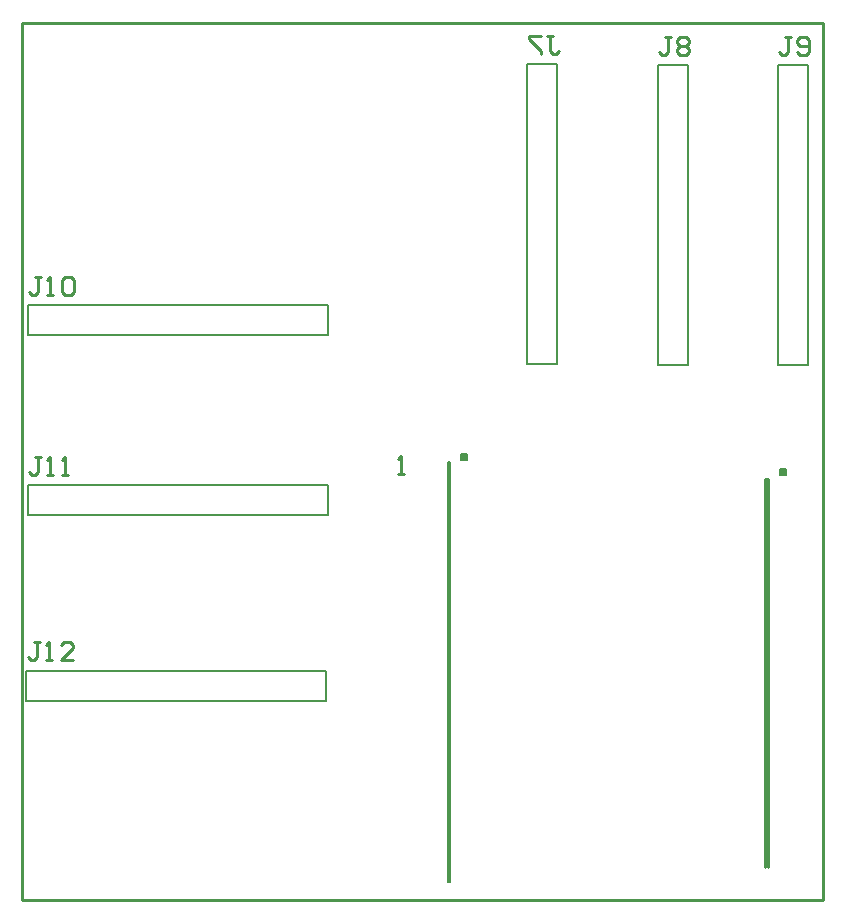
<source format=gto>
G04 Layer_Color=65535*
%FSLAX43Y43*%
%MOMM*%
G71*
G01*
G75*
%ADD11C,0.254*%
%ADD17C,0.200*%
%ADD18R,0.500X0.500*%
%ADD19R,0.500X0.500*%
D11*
X89366Y52704D02*
Y85597D01*
X89361Y85602D02*
X89366Y85597D01*
X89112Y85602D02*
X89361D01*
X89112Y52704D02*
Y85602D01*
X26162Y49911D02*
X93980D01*
Y124206D01*
X26162D02*
X93980D01*
X26162Y49911D02*
Y124206D01*
X58052Y86043D02*
X58560D01*
X58306D01*
Y87566D01*
X58052Y87312D01*
X70663Y123088D02*
X71171D01*
X70917D01*
Y121818D01*
X71171Y121564D01*
X71425D01*
X71679Y121818D01*
X70155Y123088D02*
X69140D01*
Y122834D01*
X70155Y121818D01*
Y121564D01*
X81178Y123037D02*
X80670D01*
X80924D01*
Y121768D01*
X80670Y121514D01*
X80416D01*
X80162Y121768D01*
X81686Y122783D02*
X81940Y123037D01*
X82448D01*
X82702Y122783D01*
Y122529D01*
X82448Y122275D01*
X82702Y122021D01*
Y121768D01*
X82448Y121514D01*
X81940D01*
X81686Y121768D01*
Y122021D01*
X81940Y122275D01*
X81686Y122529D01*
Y122783D01*
X81940Y122275D02*
X82448D01*
X91338Y123037D02*
X90830D01*
X91084D01*
Y121768D01*
X90830Y121514D01*
X90576D01*
X90322Y121768D01*
X91846D02*
X92100Y121514D01*
X92608D01*
X92862Y121768D01*
Y122783D01*
X92608Y123037D01*
X92100D01*
X91846Y122783D01*
Y122529D01*
X92100Y122275D01*
X92862D01*
X27838Y102717D02*
X27330D01*
X27584D01*
Y101448D01*
X27330Y101194D01*
X27076D01*
X26822Y101448D01*
X28346Y101194D02*
X28854D01*
X28600D01*
Y102717D01*
X28346Y102463D01*
X29615D02*
X29869Y102717D01*
X30377D01*
X30631Y102463D01*
Y101448D01*
X30377Y101194D01*
X29869D01*
X29615Y101448D01*
Y102463D01*
X27838Y87477D02*
X27330D01*
X27584D01*
Y86208D01*
X27330Y85954D01*
X27076D01*
X26822Y86208D01*
X28346Y85954D02*
X28854D01*
X28600D01*
Y87477D01*
X28346Y87223D01*
X29615Y85954D02*
X30123D01*
X29869D01*
Y87477D01*
X29615Y87223D01*
X27711Y71755D02*
X27203D01*
X27457D01*
Y70485D01*
X27203Y70231D01*
X26949D01*
X26695Y70485D01*
X28219Y70231D02*
X28727D01*
X28473D01*
Y71755D01*
X28219Y71501D01*
X30504Y70231D02*
X29489D01*
X30504Y71247D01*
Y71501D01*
X30250Y71755D01*
X29742D01*
X29489Y71501D01*
D17*
X68986Y120701D02*
X71526D01*
X68986Y95301D02*
Y120701D01*
X71526Y95301D02*
Y120701D01*
X68986Y95301D02*
X71526D01*
X80010Y120650D02*
X82550D01*
Y95250D02*
Y120650D01*
X80010Y95250D02*
Y120650D01*
Y95250D02*
X82550D01*
X90170Y120650D02*
X92710D01*
Y95250D02*
Y120650D01*
X90170Y95250D02*
Y120650D01*
Y95250D02*
X92710D01*
X52070Y97790D02*
Y100330D01*
X26670Y97790D02*
X52070D01*
X26670Y100330D02*
X52070D01*
X26670Y97790D02*
Y100330D01*
X52070Y82550D02*
Y85090D01*
X26670Y82550D02*
X52070D01*
X26670Y85090D02*
X52070D01*
X26670Y82550D02*
Y85090D01*
X51943Y66827D02*
Y69367D01*
X26543Y66827D02*
X51943D01*
X26543Y69367D02*
X51943D01*
X26543Y66827D02*
Y69367D01*
X90367Y85944D02*
X90867D01*
X90367D02*
Y86444D01*
X90867D01*
Y85944D02*
Y86444D01*
X63867Y87215D02*
Y87715D01*
X63367D02*
X63867D01*
X63367Y87215D02*
Y87715D01*
Y87215D02*
X63867D01*
X62234Y86995D02*
X62404D01*
Y51435D02*
Y86995D01*
X62234Y51435D02*
X62404D01*
X62234D02*
Y86995D01*
D18*
X90617Y86194D02*
D03*
D19*
X63617Y87465D02*
D03*
M02*

</source>
